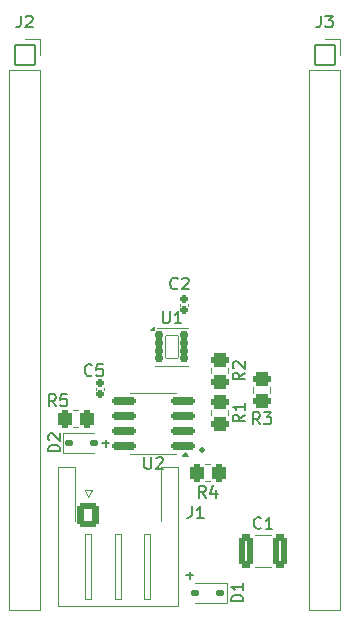
<source format=gbr>
%TF.GenerationSoftware,KiCad,Pcbnew,9.0.1+1*%
%TF.CreationDate,2025-05-03T16:11:17-04:00*%
%TF.ProjectId,lg_hvac_esp32,6c675f68-7661-4635-9f65-737033322e6b,rev?*%
%TF.SameCoordinates,Original*%
%TF.FileFunction,Legend,Top*%
%TF.FilePolarity,Positive*%
%FSLAX46Y46*%
G04 Gerber Fmt 4.6, Leading zero omitted, Abs format (unit mm)*
G04 Created by KiCad (PCBNEW 9.0.1+1) date 2025-05-03 16:11:17*
%MOMM*%
%LPD*%
G01*
G04 APERTURE LIST*
G04 Aperture macros list*
%AMRoundRect*
0 Rectangle with rounded corners*
0 $1 Rounding radius*
0 $2 $3 $4 $5 $6 $7 $8 $9 X,Y pos of 4 corners*
0 Add a 4 corners polygon primitive as box body*
4,1,4,$2,$3,$4,$5,$6,$7,$8,$9,$2,$3,0*
0 Add four circle primitives for the rounded corners*
1,1,$1+$1,$2,$3*
1,1,$1+$1,$4,$5*
1,1,$1+$1,$6,$7*
1,1,$1+$1,$8,$9*
0 Add four rect primitives between the rounded corners*
20,1,$1+$1,$2,$3,$4,$5,0*
20,1,$1+$1,$4,$5,$6,$7,0*
20,1,$1+$1,$6,$7,$8,$9,0*
20,1,$1+$1,$8,$9,$2,$3,0*%
G04 Aperture macros list end*
%ADD10C,0.200000*%
%ADD11C,0.300000*%
%ADD12C,0.150000*%
%ADD13C,0.120000*%
%ADD14O,1.800000X2.050000*%
%ADD15RoundRect,0.264706X-0.635294X-0.760294X0.635294X-0.760294X0.635294X0.760294X-0.635294X0.760294X0*%
%ADD16RoundRect,0.150000X-0.212500X-0.150000X0.212500X-0.150000X0.212500X0.150000X-0.212500X0.150000X0*%
%ADD17RoundRect,0.050000X-0.550000X-0.950000X0.550000X-0.950000X0.550000X0.950000X-0.550000X0.950000X0*%
%ADD18RoundRect,0.274390X-0.475610X0.288110X-0.475610X-0.288110X0.475610X-0.288110X0.475610X0.288110X0*%
%ADD19RoundRect,0.165000X0.195000X-0.165000X0.195000X0.165000X-0.195000X0.165000X-0.195000X-0.165000X0*%
%ADD20RoundRect,0.137500X0.212500X0.137500X-0.212500X0.137500X-0.212500X-0.137500X0.212500X-0.137500X0*%
%ADD21RoundRect,0.175000X0.850000X0.175000X-0.850000X0.175000X-0.850000X-0.175000X0.850000X-0.175000X0*%
%ADD22RoundRect,0.137500X-0.212500X-0.137500X0.212500X-0.137500X0.212500X0.137500X-0.212500X0.137500X0*%
%ADD23RoundRect,0.050000X-0.850000X-0.850000X0.850000X-0.850000X0.850000X0.850000X-0.850000X0.850000X0*%
%ADD24C,1.800000*%
%ADD25RoundRect,0.274390X0.288110X0.475610X-0.288110X0.475610X-0.288110X-0.475610X0.288110X-0.475610X0*%
%ADD26RoundRect,0.271739X-0.353261X-1.128261X0.353261X-1.128261X0.353261X1.128261X-0.353261X1.128261X0*%
G04 APERTURE END LIST*
D10*
X50495238Y-78794933D02*
X51104762Y-78794933D01*
X50800000Y-79099695D02*
X50800000Y-78490171D01*
D11*
X51815999Y-68099471D02*
X51887428Y-68170900D01*
X51887428Y-68170900D02*
X51815999Y-68242328D01*
X51815999Y-68242328D02*
X51744571Y-68170900D01*
X51744571Y-68170900D02*
X51815999Y-68099471D01*
X51815999Y-68099471D02*
X51815999Y-68242328D01*
D10*
X43383238Y-67618933D02*
X43992762Y-67618933D01*
X43688000Y-67923695D02*
X43688000Y-67314171D01*
D12*
X50974666Y-72932819D02*
X50974666Y-73647104D01*
X50974666Y-73647104D02*
X50927047Y-73789961D01*
X50927047Y-73789961D02*
X50831809Y-73885200D01*
X50831809Y-73885200D02*
X50688952Y-73932819D01*
X50688952Y-73932819D02*
X50593714Y-73932819D01*
X51974666Y-73932819D02*
X51403238Y-73932819D01*
X51688952Y-73932819D02*
X51688952Y-72932819D01*
X51688952Y-72932819D02*
X51593714Y-73075676D01*
X51593714Y-73075676D02*
X51498476Y-73170914D01*
X51498476Y-73170914D02*
X51403238Y-73218533D01*
X48514095Y-56440819D02*
X48514095Y-57250342D01*
X48514095Y-57250342D02*
X48561714Y-57345580D01*
X48561714Y-57345580D02*
X48609333Y-57393200D01*
X48609333Y-57393200D02*
X48704571Y-57440819D01*
X48704571Y-57440819D02*
X48895047Y-57440819D01*
X48895047Y-57440819D02*
X48990285Y-57393200D01*
X48990285Y-57393200D02*
X49037904Y-57345580D01*
X49037904Y-57345580D02*
X49085523Y-57250342D01*
X49085523Y-57250342D02*
X49085523Y-56440819D01*
X50085523Y-57440819D02*
X49514095Y-57440819D01*
X49799809Y-57440819D02*
X49799809Y-56440819D01*
X49799809Y-56440819D02*
X49704571Y-56583676D01*
X49704571Y-56583676D02*
X49609333Y-56678914D01*
X49609333Y-56678914D02*
X49514095Y-56726533D01*
X56729333Y-65986819D02*
X56396000Y-65510628D01*
X56157905Y-65986819D02*
X56157905Y-64986819D01*
X56157905Y-64986819D02*
X56538857Y-64986819D01*
X56538857Y-64986819D02*
X56634095Y-65034438D01*
X56634095Y-65034438D02*
X56681714Y-65082057D01*
X56681714Y-65082057D02*
X56729333Y-65177295D01*
X56729333Y-65177295D02*
X56729333Y-65320152D01*
X56729333Y-65320152D02*
X56681714Y-65415390D01*
X56681714Y-65415390D02*
X56634095Y-65463009D01*
X56634095Y-65463009D02*
X56538857Y-65510628D01*
X56538857Y-65510628D02*
X56157905Y-65510628D01*
X57062667Y-64986819D02*
X57681714Y-64986819D01*
X57681714Y-64986819D02*
X57348381Y-65367771D01*
X57348381Y-65367771D02*
X57491238Y-65367771D01*
X57491238Y-65367771D02*
X57586476Y-65415390D01*
X57586476Y-65415390D02*
X57634095Y-65463009D01*
X57634095Y-65463009D02*
X57681714Y-65558247D01*
X57681714Y-65558247D02*
X57681714Y-65796342D01*
X57681714Y-65796342D02*
X57634095Y-65891580D01*
X57634095Y-65891580D02*
X57586476Y-65939200D01*
X57586476Y-65939200D02*
X57491238Y-65986819D01*
X57491238Y-65986819D02*
X57205524Y-65986819D01*
X57205524Y-65986819D02*
X57110286Y-65939200D01*
X57110286Y-65939200D02*
X57062667Y-65891580D01*
X42505333Y-61827580D02*
X42457714Y-61875200D01*
X42457714Y-61875200D02*
X42314857Y-61922819D01*
X42314857Y-61922819D02*
X42219619Y-61922819D01*
X42219619Y-61922819D02*
X42076762Y-61875200D01*
X42076762Y-61875200D02*
X41981524Y-61779961D01*
X41981524Y-61779961D02*
X41933905Y-61684723D01*
X41933905Y-61684723D02*
X41886286Y-61494247D01*
X41886286Y-61494247D02*
X41886286Y-61351390D01*
X41886286Y-61351390D02*
X41933905Y-61160914D01*
X41933905Y-61160914D02*
X41981524Y-61065676D01*
X41981524Y-61065676D02*
X42076762Y-60970438D01*
X42076762Y-60970438D02*
X42219619Y-60922819D01*
X42219619Y-60922819D02*
X42314857Y-60922819D01*
X42314857Y-60922819D02*
X42457714Y-60970438D01*
X42457714Y-60970438D02*
X42505333Y-61018057D01*
X43410095Y-60922819D02*
X42933905Y-60922819D01*
X42933905Y-60922819D02*
X42886286Y-61399009D01*
X42886286Y-61399009D02*
X42933905Y-61351390D01*
X42933905Y-61351390D02*
X43029143Y-61303771D01*
X43029143Y-61303771D02*
X43267238Y-61303771D01*
X43267238Y-61303771D02*
X43362476Y-61351390D01*
X43362476Y-61351390D02*
X43410095Y-61399009D01*
X43410095Y-61399009D02*
X43457714Y-61494247D01*
X43457714Y-61494247D02*
X43457714Y-61732342D01*
X43457714Y-61732342D02*
X43410095Y-61827580D01*
X43410095Y-61827580D02*
X43362476Y-61875200D01*
X43362476Y-61875200D02*
X43267238Y-61922819D01*
X43267238Y-61922819D02*
X43029143Y-61922819D01*
X43029143Y-61922819D02*
X42933905Y-61875200D01*
X42933905Y-61875200D02*
X42886286Y-61827580D01*
X55318819Y-81002094D02*
X54318819Y-81002094D01*
X54318819Y-81002094D02*
X54318819Y-80763999D01*
X54318819Y-80763999D02*
X54366438Y-80621142D01*
X54366438Y-80621142D02*
X54461676Y-80525904D01*
X54461676Y-80525904D02*
X54556914Y-80478285D01*
X54556914Y-80478285D02*
X54747390Y-80430666D01*
X54747390Y-80430666D02*
X54890247Y-80430666D01*
X54890247Y-80430666D02*
X55080723Y-80478285D01*
X55080723Y-80478285D02*
X55175961Y-80525904D01*
X55175961Y-80525904D02*
X55271200Y-80621142D01*
X55271200Y-80621142D02*
X55318819Y-80763999D01*
X55318819Y-80763999D02*
X55318819Y-81002094D01*
X55318819Y-79478285D02*
X55318819Y-80049713D01*
X55318819Y-79763999D02*
X54318819Y-79763999D01*
X54318819Y-79763999D02*
X54461676Y-79859237D01*
X54461676Y-79859237D02*
X54556914Y-79954475D01*
X54556914Y-79954475D02*
X54604533Y-80049713D01*
X46955095Y-68767819D02*
X46955095Y-69577342D01*
X46955095Y-69577342D02*
X47002714Y-69672580D01*
X47002714Y-69672580D02*
X47050333Y-69720200D01*
X47050333Y-69720200D02*
X47145571Y-69767819D01*
X47145571Y-69767819D02*
X47336047Y-69767819D01*
X47336047Y-69767819D02*
X47431285Y-69720200D01*
X47431285Y-69720200D02*
X47478904Y-69672580D01*
X47478904Y-69672580D02*
X47526523Y-69577342D01*
X47526523Y-69577342D02*
X47526523Y-68767819D01*
X47955095Y-68863057D02*
X48002714Y-68815438D01*
X48002714Y-68815438D02*
X48097952Y-68767819D01*
X48097952Y-68767819D02*
X48336047Y-68767819D01*
X48336047Y-68767819D02*
X48431285Y-68815438D01*
X48431285Y-68815438D02*
X48478904Y-68863057D01*
X48478904Y-68863057D02*
X48526523Y-68958295D01*
X48526523Y-68958295D02*
X48526523Y-69053533D01*
X48526523Y-69053533D02*
X48478904Y-69196390D01*
X48478904Y-69196390D02*
X47907476Y-69767819D01*
X47907476Y-69767819D02*
X48526523Y-69767819D01*
X55444819Y-61634666D02*
X54968628Y-61967999D01*
X55444819Y-62206094D02*
X54444819Y-62206094D01*
X54444819Y-62206094D02*
X54444819Y-61825142D01*
X54444819Y-61825142D02*
X54492438Y-61729904D01*
X54492438Y-61729904D02*
X54540057Y-61682285D01*
X54540057Y-61682285D02*
X54635295Y-61634666D01*
X54635295Y-61634666D02*
X54778152Y-61634666D01*
X54778152Y-61634666D02*
X54873390Y-61682285D01*
X54873390Y-61682285D02*
X54921009Y-61729904D01*
X54921009Y-61729904D02*
X54968628Y-61825142D01*
X54968628Y-61825142D02*
X54968628Y-62206094D01*
X54540057Y-61253713D02*
X54492438Y-61206094D01*
X54492438Y-61206094D02*
X54444819Y-61110856D01*
X54444819Y-61110856D02*
X54444819Y-60872761D01*
X54444819Y-60872761D02*
X54492438Y-60777523D01*
X54492438Y-60777523D02*
X54540057Y-60729904D01*
X54540057Y-60729904D02*
X54635295Y-60682285D01*
X54635295Y-60682285D02*
X54730533Y-60682285D01*
X54730533Y-60682285D02*
X54873390Y-60729904D01*
X54873390Y-60729904D02*
X55444819Y-61301332D01*
X55444819Y-61301332D02*
X55444819Y-60682285D01*
X39824819Y-68302094D02*
X38824819Y-68302094D01*
X38824819Y-68302094D02*
X38824819Y-68063999D01*
X38824819Y-68063999D02*
X38872438Y-67921142D01*
X38872438Y-67921142D02*
X38967676Y-67825904D01*
X38967676Y-67825904D02*
X39062914Y-67778285D01*
X39062914Y-67778285D02*
X39253390Y-67730666D01*
X39253390Y-67730666D02*
X39396247Y-67730666D01*
X39396247Y-67730666D02*
X39586723Y-67778285D01*
X39586723Y-67778285D02*
X39681961Y-67825904D01*
X39681961Y-67825904D02*
X39777200Y-67921142D01*
X39777200Y-67921142D02*
X39824819Y-68063999D01*
X39824819Y-68063999D02*
X39824819Y-68302094D01*
X38920057Y-67349713D02*
X38872438Y-67302094D01*
X38872438Y-67302094D02*
X38824819Y-67206856D01*
X38824819Y-67206856D02*
X38824819Y-66968761D01*
X38824819Y-66968761D02*
X38872438Y-66873523D01*
X38872438Y-66873523D02*
X38920057Y-66825904D01*
X38920057Y-66825904D02*
X39015295Y-66778285D01*
X39015295Y-66778285D02*
X39110533Y-66778285D01*
X39110533Y-66778285D02*
X39253390Y-66825904D01*
X39253390Y-66825904D02*
X39824819Y-67397332D01*
X39824819Y-67397332D02*
X39824819Y-66778285D01*
X36492986Y-31388659D02*
X36492986Y-32102944D01*
X36492986Y-32102944D02*
X36445367Y-32245801D01*
X36445367Y-32245801D02*
X36350129Y-32341040D01*
X36350129Y-32341040D02*
X36207272Y-32388659D01*
X36207272Y-32388659D02*
X36112034Y-32388659D01*
X36921558Y-31483897D02*
X36969177Y-31436278D01*
X36969177Y-31436278D02*
X37064415Y-31388659D01*
X37064415Y-31388659D02*
X37302510Y-31388659D01*
X37302510Y-31388659D02*
X37397748Y-31436278D01*
X37397748Y-31436278D02*
X37445367Y-31483897D01*
X37445367Y-31483897D02*
X37492986Y-31579135D01*
X37492986Y-31579135D02*
X37492986Y-31674373D01*
X37492986Y-31674373D02*
X37445367Y-31817230D01*
X37445367Y-31817230D02*
X36873939Y-32388659D01*
X36873939Y-32388659D02*
X37492986Y-32388659D01*
X52157333Y-72208819D02*
X51824000Y-71732628D01*
X51585905Y-72208819D02*
X51585905Y-71208819D01*
X51585905Y-71208819D02*
X51966857Y-71208819D01*
X51966857Y-71208819D02*
X52062095Y-71256438D01*
X52062095Y-71256438D02*
X52109714Y-71304057D01*
X52109714Y-71304057D02*
X52157333Y-71399295D01*
X52157333Y-71399295D02*
X52157333Y-71542152D01*
X52157333Y-71542152D02*
X52109714Y-71637390D01*
X52109714Y-71637390D02*
X52062095Y-71685009D01*
X52062095Y-71685009D02*
X51966857Y-71732628D01*
X51966857Y-71732628D02*
X51585905Y-71732628D01*
X53014476Y-71542152D02*
X53014476Y-72208819D01*
X52776381Y-71161200D02*
X52538286Y-71875485D01*
X52538286Y-71875485D02*
X53157333Y-71875485D01*
X49765333Y-54489580D02*
X49717714Y-54537200D01*
X49717714Y-54537200D02*
X49574857Y-54584819D01*
X49574857Y-54584819D02*
X49479619Y-54584819D01*
X49479619Y-54584819D02*
X49336762Y-54537200D01*
X49336762Y-54537200D02*
X49241524Y-54441961D01*
X49241524Y-54441961D02*
X49193905Y-54346723D01*
X49193905Y-54346723D02*
X49146286Y-54156247D01*
X49146286Y-54156247D02*
X49146286Y-54013390D01*
X49146286Y-54013390D02*
X49193905Y-53822914D01*
X49193905Y-53822914D02*
X49241524Y-53727676D01*
X49241524Y-53727676D02*
X49336762Y-53632438D01*
X49336762Y-53632438D02*
X49479619Y-53584819D01*
X49479619Y-53584819D02*
X49574857Y-53584819D01*
X49574857Y-53584819D02*
X49717714Y-53632438D01*
X49717714Y-53632438D02*
X49765333Y-53680057D01*
X50146286Y-53680057D02*
X50193905Y-53632438D01*
X50193905Y-53632438D02*
X50289143Y-53584819D01*
X50289143Y-53584819D02*
X50527238Y-53584819D01*
X50527238Y-53584819D02*
X50622476Y-53632438D01*
X50622476Y-53632438D02*
X50670095Y-53680057D01*
X50670095Y-53680057D02*
X50717714Y-53775295D01*
X50717714Y-53775295D02*
X50717714Y-53870533D01*
X50717714Y-53870533D02*
X50670095Y-54013390D01*
X50670095Y-54013390D02*
X50098667Y-54584819D01*
X50098667Y-54584819D02*
X50717714Y-54584819D01*
X55444819Y-65190666D02*
X54968628Y-65523999D01*
X55444819Y-65762094D02*
X54444819Y-65762094D01*
X54444819Y-65762094D02*
X54444819Y-65381142D01*
X54444819Y-65381142D02*
X54492438Y-65285904D01*
X54492438Y-65285904D02*
X54540057Y-65238285D01*
X54540057Y-65238285D02*
X54635295Y-65190666D01*
X54635295Y-65190666D02*
X54778152Y-65190666D01*
X54778152Y-65190666D02*
X54873390Y-65238285D01*
X54873390Y-65238285D02*
X54921009Y-65285904D01*
X54921009Y-65285904D02*
X54968628Y-65381142D01*
X54968628Y-65381142D02*
X54968628Y-65762094D01*
X55444819Y-64238285D02*
X55444819Y-64809713D01*
X55444819Y-64523999D02*
X54444819Y-64523999D01*
X54444819Y-64523999D02*
X54587676Y-64619237D01*
X54587676Y-64619237D02*
X54682914Y-64714475D01*
X54682914Y-64714475D02*
X54730533Y-64809713D01*
X39457333Y-64462819D02*
X39124000Y-63986628D01*
X38885905Y-64462819D02*
X38885905Y-63462819D01*
X38885905Y-63462819D02*
X39266857Y-63462819D01*
X39266857Y-63462819D02*
X39362095Y-63510438D01*
X39362095Y-63510438D02*
X39409714Y-63558057D01*
X39409714Y-63558057D02*
X39457333Y-63653295D01*
X39457333Y-63653295D02*
X39457333Y-63796152D01*
X39457333Y-63796152D02*
X39409714Y-63891390D01*
X39409714Y-63891390D02*
X39362095Y-63939009D01*
X39362095Y-63939009D02*
X39266857Y-63986628D01*
X39266857Y-63986628D02*
X38885905Y-63986628D01*
X40362095Y-63462819D02*
X39885905Y-63462819D01*
X39885905Y-63462819D02*
X39838286Y-63939009D01*
X39838286Y-63939009D02*
X39885905Y-63891390D01*
X39885905Y-63891390D02*
X39981143Y-63843771D01*
X39981143Y-63843771D02*
X40219238Y-63843771D01*
X40219238Y-63843771D02*
X40314476Y-63891390D01*
X40314476Y-63891390D02*
X40362095Y-63939009D01*
X40362095Y-63939009D02*
X40409714Y-64034247D01*
X40409714Y-64034247D02*
X40409714Y-64272342D01*
X40409714Y-64272342D02*
X40362095Y-64367580D01*
X40362095Y-64367580D02*
X40314476Y-64415200D01*
X40314476Y-64415200D02*
X40219238Y-64462819D01*
X40219238Y-64462819D02*
X39981143Y-64462819D01*
X39981143Y-64462819D02*
X39885905Y-64415200D01*
X39885905Y-64415200D02*
X39838286Y-64367580D01*
X56833333Y-74767580D02*
X56785714Y-74815200D01*
X56785714Y-74815200D02*
X56642857Y-74862819D01*
X56642857Y-74862819D02*
X56547619Y-74862819D01*
X56547619Y-74862819D02*
X56404762Y-74815200D01*
X56404762Y-74815200D02*
X56309524Y-74719961D01*
X56309524Y-74719961D02*
X56261905Y-74624723D01*
X56261905Y-74624723D02*
X56214286Y-74434247D01*
X56214286Y-74434247D02*
X56214286Y-74291390D01*
X56214286Y-74291390D02*
X56261905Y-74100914D01*
X56261905Y-74100914D02*
X56309524Y-74005676D01*
X56309524Y-74005676D02*
X56404762Y-73910438D01*
X56404762Y-73910438D02*
X56547619Y-73862819D01*
X56547619Y-73862819D02*
X56642857Y-73862819D01*
X56642857Y-73862819D02*
X56785714Y-73910438D01*
X56785714Y-73910438D02*
X56833333Y-73958057D01*
X57785714Y-74862819D02*
X57214286Y-74862819D01*
X57500000Y-74862819D02*
X57500000Y-73862819D01*
X57500000Y-73862819D02*
X57404762Y-74005676D01*
X57404762Y-74005676D02*
X57309524Y-74100914D01*
X57309524Y-74100914D02*
X57214286Y-74148533D01*
X61896666Y-31388659D02*
X61896666Y-32102944D01*
X61896666Y-32102944D02*
X61849047Y-32245801D01*
X61849047Y-32245801D02*
X61753809Y-32341040D01*
X61753809Y-32341040D02*
X61610952Y-32388659D01*
X61610952Y-32388659D02*
X61515714Y-32388659D01*
X62277619Y-31388659D02*
X62896666Y-31388659D01*
X62896666Y-31388659D02*
X62563333Y-31769611D01*
X62563333Y-31769611D02*
X62706190Y-31769611D01*
X62706190Y-31769611D02*
X62801428Y-31817230D01*
X62801428Y-31817230D02*
X62849047Y-31864849D01*
X62849047Y-31864849D02*
X62896666Y-31960087D01*
X62896666Y-31960087D02*
X62896666Y-32198182D01*
X62896666Y-32198182D02*
X62849047Y-32293420D01*
X62849047Y-32293420D02*
X62801428Y-32341040D01*
X62801428Y-32341040D02*
X62706190Y-32388659D01*
X62706190Y-32388659D02*
X62420476Y-32388659D01*
X62420476Y-32388659D02*
X62325238Y-32341040D01*
X62325238Y-32341040D02*
X62277619Y-32293420D01*
D13*
%TO.C,J1*%
X49764000Y-81370000D02*
X49764000Y-69650000D01*
X49764000Y-69650000D02*
X48344000Y-69650000D01*
X48344000Y-69650000D02*
X48344000Y-74150000D01*
X47454000Y-80760000D02*
X47454000Y-75260000D01*
X47454000Y-75260000D02*
X46954000Y-75260000D01*
X46954000Y-80760000D02*
X47454000Y-80760000D01*
X46954000Y-75260000D02*
X46954000Y-80760000D01*
X44954000Y-80760000D02*
X44954000Y-75260000D01*
X44954000Y-75260000D02*
X44454000Y-75260000D01*
X44704000Y-81370000D02*
X49764000Y-81370000D01*
X44704000Y-81370000D02*
X39644000Y-81370000D01*
X44454000Y-80760000D02*
X44954000Y-80760000D01*
X44454000Y-75260000D02*
X44454000Y-80760000D01*
X42504000Y-71560000D02*
X42204000Y-72160000D01*
X42454000Y-80760000D02*
X42454000Y-75260000D01*
X42454000Y-75260000D02*
X41954000Y-75260000D01*
X42204000Y-72160000D02*
X41904000Y-71560000D01*
X41954000Y-80760000D02*
X42454000Y-80760000D01*
X41954000Y-75260000D02*
X41954000Y-80760000D01*
X41904000Y-71560000D02*
X42504000Y-71560000D01*
X41064000Y-69650000D02*
X41064000Y-74150000D01*
X39644000Y-81370000D02*
X39644000Y-69650000D01*
X39644000Y-69650000D02*
X41064000Y-69650000D01*
%TO.C,U1*%
X47876000Y-61046000D02*
X50676000Y-61046000D01*
X47986000Y-57826000D02*
X50676000Y-57826000D01*
X47746000Y-58056000D02*
X47466000Y-58056000D01*
X47746000Y-57776000D01*
X47746000Y-58056000D01*
G36*
X47746000Y-58056000D02*
G01*
X47466000Y-58056000D01*
X47746000Y-57776000D01*
X47746000Y-58056000D01*
G37*
%TO.C,R3*%
X56161000Y-62868436D02*
X56161000Y-63322564D01*
X57631000Y-62868436D02*
X57631000Y-63322564D01*
%TO.C,C5*%
X42820000Y-63099836D02*
X42820000Y-62884164D01*
X43540000Y-63099836D02*
X43540000Y-62884164D01*
%TO.C,D1*%
X53934000Y-79414000D02*
X51274000Y-79414000D01*
X53934000Y-81114000D02*
X51274000Y-81114000D01*
X53934000Y-81114000D02*
X53934000Y-79414000D01*
%TO.C,U2*%
X47717000Y-63353000D02*
X45767000Y-63353000D01*
X47717000Y-63353000D02*
X49667000Y-63353000D01*
X47717000Y-68473000D02*
X45767000Y-68473000D01*
X47717000Y-68473000D02*
X49667000Y-68473000D01*
X50657000Y-68708000D02*
X50177000Y-68708000D01*
X50417000Y-68378000D01*
X50657000Y-68708000D01*
G36*
X50657000Y-68708000D02*
G01*
X50177000Y-68708000D01*
X50417000Y-68378000D01*
X50657000Y-68708000D01*
G37*
%TO.C,R2*%
X52605000Y-61240936D02*
X52605000Y-61695064D01*
X54075000Y-61240936D02*
X54075000Y-61695064D01*
%TO.C,D2*%
X40046000Y-66714000D02*
X40046000Y-68414000D01*
X40046000Y-66714000D02*
X42706000Y-66714000D01*
X40046000Y-68414000D02*
X42706000Y-68414000D01*
%TO.C,J2*%
X35496320Y-35973840D02*
X35496320Y-81753840D01*
X35496320Y-35973840D02*
X38156320Y-35973840D01*
X35496320Y-81753840D02*
X38156320Y-81753840D01*
X36826320Y-33373840D02*
X38156320Y-33373840D01*
X38156320Y-33373840D02*
X38156320Y-34703840D01*
X38156320Y-35973840D02*
X38156320Y-81753840D01*
%TO.C,R4*%
X52551064Y-69369000D02*
X52096936Y-69369000D01*
X52551064Y-70839000D02*
X52096936Y-70839000D01*
%TO.C,C2*%
X49932000Y-55987836D02*
X49932000Y-55772164D01*
X50652000Y-55987836D02*
X50652000Y-55772164D01*
%TO.C,R1*%
X52605000Y-64796936D02*
X52605000Y-65251064D01*
X54075000Y-64796936D02*
X54075000Y-65251064D01*
%TO.C,R5*%
X41375064Y-64797000D02*
X40920936Y-64797000D01*
X41375064Y-66267000D02*
X40920936Y-66267000D01*
%TO.C,C1*%
X56288748Y-75348000D02*
X57711252Y-75348000D01*
X56288748Y-78068000D02*
X57711252Y-78068000D01*
%TO.C,J3*%
X60900000Y-35973840D02*
X60900000Y-81753840D01*
X60900000Y-35973840D02*
X63560000Y-35973840D01*
X60900000Y-81753840D02*
X63560000Y-81753840D01*
X62230000Y-33373840D02*
X63560000Y-33373840D01*
X63560000Y-33373840D02*
X63560000Y-34703840D01*
X63560000Y-35973840D02*
X63560000Y-81753840D01*
%TD*%
%LPC*%
D14*
%TO.C,J1*%
X47204000Y-73660000D03*
X44704000Y-73660000D03*
D15*
X42204000Y-73660000D03*
%TD*%
D16*
%TO.C,U1*%
X48213500Y-58461000D03*
X48213500Y-59111000D03*
X48213500Y-59761000D03*
X48213500Y-60411000D03*
X50338500Y-60411000D03*
X50338500Y-59761000D03*
X50338500Y-59111000D03*
X50338500Y-58461000D03*
D17*
X49276000Y-59436000D03*
%TD*%
D18*
%TO.C,R3*%
X56896000Y-62183000D03*
X56896000Y-64008000D03*
%TD*%
D19*
%TO.C,C5*%
X43180000Y-63472000D03*
X43180000Y-62512000D03*
%TD*%
D20*
%TO.C,D1*%
X53374000Y-80264000D03*
X51274000Y-80264000D03*
%TD*%
D21*
%TO.C,U2*%
X50192000Y-67818000D03*
X50192000Y-66548000D03*
X50192000Y-65278000D03*
X50192000Y-64008000D03*
X45242000Y-64008000D03*
X45242000Y-65278000D03*
X45242000Y-66548000D03*
X45242000Y-67818000D03*
%TD*%
D18*
%TO.C,R2*%
X53340000Y-60555500D03*
X53340000Y-62380500D03*
%TD*%
D22*
%TO.C,D2*%
X40606000Y-67564000D03*
X42706000Y-67564000D03*
%TD*%
D23*
%TO.C,J2*%
X36826320Y-34703840D03*
D24*
X36826320Y-37243840D03*
X36826320Y-39783840D03*
X36826320Y-42323840D03*
X36826320Y-44863840D03*
X36826320Y-47403840D03*
X36826320Y-49943840D03*
X36826320Y-52483840D03*
X36826320Y-55023840D03*
X36826320Y-57563840D03*
X36826320Y-60103840D03*
X36826320Y-62643840D03*
X36826320Y-65183840D03*
X36826320Y-67723840D03*
X36826320Y-70263840D03*
X36826320Y-72803840D03*
X36826320Y-75343840D03*
X36826320Y-77883840D03*
X36826320Y-80423840D03*
%TD*%
D25*
%TO.C,R4*%
X53236500Y-70104000D03*
X51411500Y-70104000D03*
%TD*%
D19*
%TO.C,C2*%
X50292000Y-56360000D03*
X50292000Y-55400000D03*
%TD*%
D18*
%TO.C,R1*%
X53340000Y-64111500D03*
X53340000Y-65936500D03*
%TD*%
D25*
%TO.C,R5*%
X42060500Y-65532000D03*
X40235500Y-65532000D03*
%TD*%
D26*
%TO.C,C1*%
X55525000Y-76708000D03*
X58475000Y-76708000D03*
%TD*%
D23*
%TO.C,J3*%
X62230000Y-34703840D03*
D24*
X62230000Y-37243840D03*
X62230000Y-39783840D03*
X62230000Y-42323840D03*
X62230000Y-44863840D03*
X62230000Y-47403840D03*
X62230000Y-49943840D03*
X62230000Y-52483840D03*
X62230000Y-55023840D03*
X62230000Y-57563840D03*
X62230000Y-60103840D03*
X62230000Y-62643840D03*
X62230000Y-65183840D03*
X62230000Y-67723840D03*
X62230000Y-70263840D03*
X62230000Y-72803840D03*
X62230000Y-75343840D03*
X62230000Y-77883840D03*
X62230000Y-80423840D03*
%TD*%
%LPD*%
M02*

</source>
